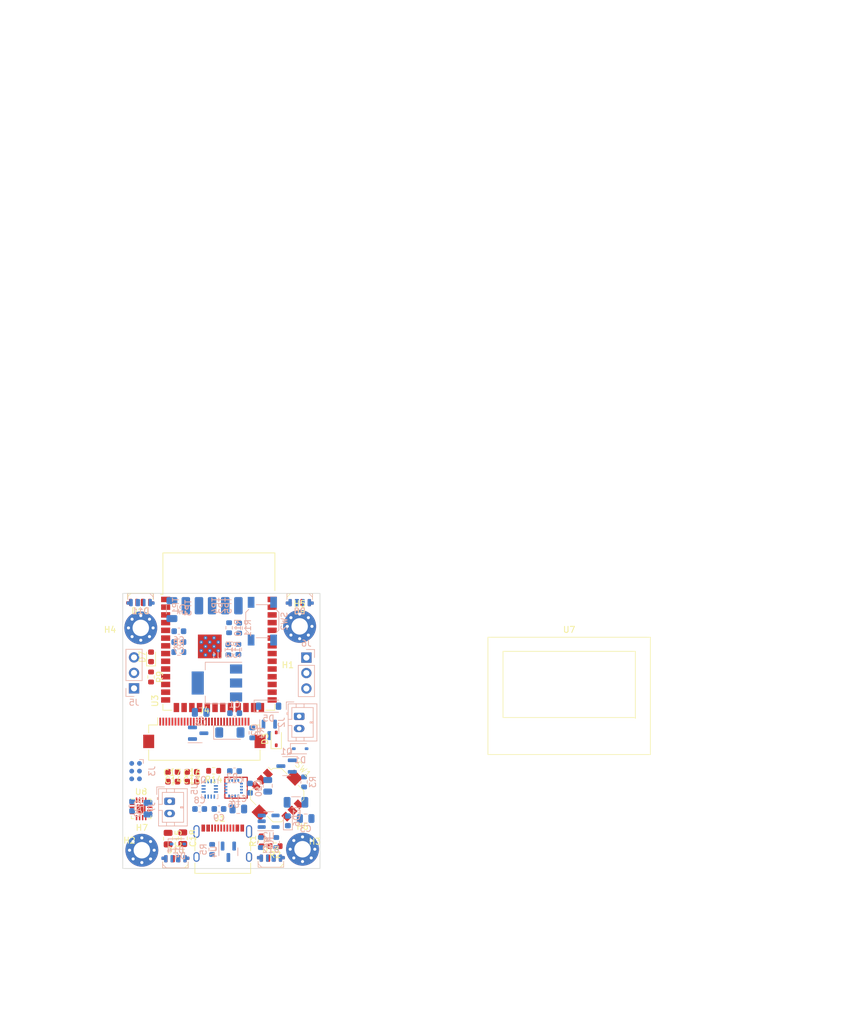
<source format=kicad_pcb>
(kicad_pcb (version 20221018) (generator pcbnew)
  (layers (0 "F.Cu" signal) (1 "In1.Cu" power "pwr") (2 "In2.Cu" power "gnd") (31 "B.Cu" signal) (34 "B.Paste" user) (35 "F.Paste" user) (36 "B.SilkS" user "B.Silkscreen") (37 "F.SilkS" user "F.Silkscreen") (38 "B.Mask" user) (39 "F.Mask" user) (44 "Edge.Cuts" user))
  (net 0 "")
  (net 1 "gate.vbatt")
  (net 2 "i2c_chain_0.scl")
  (net 3 "v3v3")
  (net 4 "gnd")
  (net 5 "i2c_chain_0.sda")
  (net 6 "batt.pwr")
  (net 7 "gate.fuse.pwr_out")
  (net 8 "usb.conn.A5")
  (net 9 "usb.conn.B5")
  (net 10 "oled.iref_res.a")
  (net 11 "gate.gate.pull_res.b")
  (net 12 "gate.control")
  (net 13 "batt_sense.output")
  (net 14 "vusb")
  (net 15 "led.res.a")
  (net 16 "pwr")
  (net 17 "mcu.program_en_node")
  (net 18 "charger.charger.prog_res.a")
  (net 19 "charger.charge_led.res.a")
  (net 20 "charger.charge_led.signal")
  (net 21 "led.signal")
  (net 22 "oled.reset")
  (net 23 "servo[0].pwm")
  (net 24 "servo[1].pwm")
  (net 25 "gate.btn_out")
  (net 26 "usb_chain_0.d_N")
  (net 27 "usb_chain_0.d_P")
  (net 28 "spk_drv.i2s.sck")
  (net 29 "spk_drv.i2s.ws")
  (net 30 "spk_drv.i2s.sd")
  (net 31 "mcu.program_boot_node")
  (net 32 "mcu.program_uart_node.b_tx")
  (net 33 "mcu.program_uart_node.a_tx")
  (net 34 "mag.set_cap.pos")
  (net 35 "mag.c1.pos")
  (net 36 "mag.set_cap.neg")
  (net 37 "mag.drdy")
  (net 38 "imu.int1")
  (net 39 "imu.int2")
  (net 40 "spk_drv.out.a")
  (net 41 "spk_drv.out.b")
  (net 42 "npx_side.dout")
  (net 43 "npx_side.led[4].dout")
  (net 44 "npx_side.led[3].dout")
  (net 45 "npx_side.led[2].dout")
  (net 46 "npx_side.led[0].dout")
  (net 47 "npx_side.led[1].dout")
  (net 48 "gate.dir_a")
  (net 49 "oled.c2_cap.pos")
  (net 50 "oled.c2_cap.neg")
  (net 51 "oled.c1_cap.pos")
  (net 52 "oled.c1_cap.neg")
  (net 53 "oled.device.vcomh")
  (net 54 "oled.device.vcc")
  (net 55 "mcu.prog.boot")
  (net 56 "mcu.prog.en")
  (net 57 "npx_side.din")
  (net 58 "npx_side.led[5].dout")
  (net 59 "npx_side.led[6].dout")
  (net 60 "gate.gate_btn_out")
  (net 61 "gate.dir_c")
  (net 62 "gate.dir_b")
  (net 63 "gate.dir_d")
  (footprint "edg:LED_SK6812-SIDE-A" (layer "F.Cu") (at 128.321 101 180)
    (fp_text reference "D9" (at 0 -2) (layer "F.SilkS"))
    (fp_text value "SK6812 SIDE-A")
    (pad "1" smd roundrect (at -1.8 -0.675 180) (size 1 0.55) (layers "F.Cu" "F.Paste" "F.Mask") (net 46 "npx_side.led[0].dout"))
    (pad "1" smd roundrect (at -1.575 -0.6 180) (size 0.55 1.2) (layers "F.Cu" "F.Paste" "F.Mask") (net 46 "npx_side.led[0].dout"))
    (pad "2" smd roundrect (at -0.45 -0.6 180) (size 0.7 1.2) (layers "F.Cu" "F.Paste" "F.Mask") (net 16 "pwr"))
    (pad "3" smd roundrect (at 0.575 -0.6 180) (size 0.45 1.2) (layers "F.Cu" "F.Paste" "F.Mask") (net 47 "npx_side.led[1].dout"))
    (pad "4" smd roundrect (at 1.575 -0.6 180) (size 0.55 1.2) (layers "F.Cu" "F.Paste" "F.Mask") (net 4 "gnd"))
    (pad "4" smd roundrect (at 1.8 -0.675 180) (size 1 0.55) (layers "F.Cu" "F.Paste" "F.Mask") (net 4 "gnd"))
  )
  (footprint "Capacitor_SMD:C_0603_1608Metric" (layer "F.Cu") (at 107.455 129.413)
    (fp_text reference "C14" (at 0.0892 1.3716) (layer "F.SilkS"))
    (fp_text value "")
    (pad "1" smd roundrect (at -0.775 0) (size 0.9 0.95) (layers "F.Cu" "F.Paste" "F.Mask") (net 49 "oled.c2_cap.pos"))
    (pad "2" smd roundrect (at 0.775 0) (size 0.9 0.95) (layers "F.Cu" "F.Paste" "F.Mask") (net 50 "oled.c2_cap.neg"))
  )
  (footprint "Resistor_SMD:R_0603_1608Metric" (layer "F.Cu") (at 114.1736 129.2352 180)
    (fp_text reference "R14" (at 0 -1.43) (layer "F.SilkS"))
    (fp_text value "")
    (pad "1" smd roundrect (at -0.825 0 180) (size 0.8 0.95) (layers "F.Cu" "F.Paste" "F.Mask") (net 10 "oled.iref_res.a"))
    (pad "2" smd roundrect (at 0.825 0 180) (size 0.8 0.95) (layers "F.Cu" "F.Paste" "F.Mask") (net 4 "gnd"))
  )
  (footprint "edg:JlcToolingHole_1.152mm" (layer "F.Cu") (at 126.365 109.855)
    (fp_text reference "H1" (at 0 2) (layer "F.SilkS"))
    (fp_text value "")
    (pad "" np_thru_hole circle (at 0 0) (size 1.152 1.152) (drill 1.152) (layers "*.Cu" "*.Mask"))
  )
  (footprint "edg:LED_SK6812-SIDE-A" (layer "F.Cu") (at 123.578 144.186891)
    (fp_text reference "D13" (at 0 -2) (layer "F.SilkS"))
    (fp_text value "SK6812 SIDE-A")
    (pad "1" smd roundrect (at -1.8 -0.675) (size 1 0.55) (layers "F.Cu" "F.Paste" "F.Mask") (net 43 "npx_side.led[4].dout"))
    (pad "1" smd roundrect (at -1.575 -0.6) (size 0.55 1.2) (layers "F.Cu" "F.Paste" "F.Mask") (net 43 "npx_side.led[4].dout"))
    (pad "2" smd roundrect (at -0.45 -0.6) (size 0.7 1.2) (layers "F.Cu" "F.Paste" "F.Mask") (net 16 "pwr"))
    (pad "3" smd roundrect (at 0.575 -0.6) (size 0.45 1.2) (layers "F.Cu" "F.Paste" "F.Mask") (net 58 "npx_side.led[5].dout"))
    (pad "4" smd roundrect (at 1.575 -0.6) (size 0.55 1.2) (layers "F.Cu" "F.Paste" "F.Mask") (net 4 "gnd"))
    (pad "4" smd roundrect (at 1.8 -0.675) (size 1 0.55) (layers "F.Cu" "F.Paste" "F.Mask") (net 4 "gnd"))
  )
  (footprint "Package_DFN_QFN:QFN-16-1EP_3x3mm_P0.5mm_EP1.45x1.45mm" (layer "F.Cu") (at 102.256 135.488)
    (fp_text reference "U8" (at 0 -2.82) (layer "F.SilkS"))
    (fp_text value "MAX98357AETE+T")
    (pad "1" smd roundrect (at -1.4375 -0.75) (size 0.875 0.25) (layers "F.Cu" "F.Paste" "F.Mask") (net 30 "spk_drv.i2s.sd"))
    (pad "2" smd roundrect (at -1.4375 -0.25) (size 0.875 0.25) (layers "F.Cu" "F.Paste" "F.Mask"))
    (pad "3" smd roundrect (at -1.4375 0.25) (size 0.875 0.25) (layers "F.Cu" "F.Paste" "F.Mask") (net 4 "gnd"))
    (pad "4" smd roundrect (at -1.4375 0.75) (size 0.875 0.25) (layers "F.Cu" "F.Paste" "F.Mask") (net 3 "v3v3"))
    (pad "5" smd roundrect (at -0.75 1.4375) (size 0.25 0.875) (layers "F.Cu" "F.Paste" "F.Mask"))
    (pad "6" smd roundrect (at -0.25 1.4375) (size 0.25 0.875) (layers "F.Cu" "F.Paste" "F.Mask"))
    (pad "7" smd roundrect (at 0.25 1.4375) (size 0.25 0.875) (layers "F.Cu" "F.Paste" "F.Mask") (net 3 "v3v3"))
    (pad "8" smd roundrect (at 0.75 1.4375) (size 0.25 0.875) (layers "F.Cu" "F.Paste" "F.Mask") (net 3 "v3v3"))
    (pad "9" smd roundrect (at 1.4375 0.75) (size 0.875 0.25) (layers "F.Cu" "F.Paste" "F.Mask") (net 40 "spk_drv.out.a"))
    (pad "10" smd roundrect (at 1.4375 0.25) (size 0.875 0.25) (layers "F.Cu" "F.Paste" "F.Mask") (net 41 "spk_drv.out.b"))
    (pad "11" smd roundrect (at 1.4375 -0.25) (size 0.875 0.25) (layers "F.Cu" "F.Paste" "F.Mask") (net 4 "gnd"))
    (pad "12" smd roundrect (at 1.4375 -0.75) (size 0.875 0.25) (layers "F.Cu" "F.Paste" "F.Mask"))
    (pad "13" smd roundrect (at 0.75 -1.4375) (size 0.25 0.875) (layers "F.Cu" "F.Paste" "F.Mask"))
    (pad "14" smd roundrect (at 0.25 -1.4375) (size 0.25 0.875) (layers "F.Cu" "F.Paste" "F.Mask") (net 29 "spk_drv.i2s.ws"))
    (pad "15" smd roundrect (at -0.25 -1.4375) (size 0.25 0.875) (layers "F.Cu" "F.Paste" "F.Mask") (net 4 "gnd"))
    (pad "16" smd roundrect (at -0.75 -1.4375) (size 0.25 0.875) (layers "F.Cu" "F.Paste" "F.Mask") (net 28 "spk_drv.i2s.sck"))
    (pad "17" smd rect (at 0 0) (size 1.45 1.45) (layers "F.Cu" "F.Mask") (net 4 "gnd"))
  )
  (footprint "edg:DirectionSwitch_Alps_SKRH" (layer "F.Cu") (at 124.607466 133.22672 -45)
    (fp_text reference "SW1" (at 0 -6 -45 unlocked) (layer "F.SilkS") (effects (font (thickness 0.1))))
    (fp_text value "SKRHABE010")
    (pad "" np_thru_hole circle (at 0 -1.9 315) (size 0.75 0.75) (drill 0.75) (layers "F&B.Cu" "*.Mask"))
    (pad "" np_thru_hole circle (at 0 1.9 315) (size 1.05 1.05) (drill 1.05) (layers "F&B.Cu" "*.Mask"))
    (pad "1" smd rect (at -3.575 -1.425 315) (size 1.35 1) (layers "F.Cu" "F.Paste" "F.Mask") (net 48 "gate.dir_a"))
    (pad "2" smd rect (at -3.575 0 315) (size 1.35 1) (layers "F.Cu" "F.Paste" "F.Mask") (net 60 "gate.gate_btn_out"))
    (pad "3" smd rect (at -3.575 1.425 315) (size 1.35 1) (layers "F.Cu" "F.Paste" "F.Mask") (net 61 "gate.dir_c"))
    (pad "4" smd rect (at 3.575 -1.425 315) (size 1.35 1) (layers "F.Cu" "F.Paste" "F.Mask") (net 62 "gate.dir_b"))
    (pad "5" smd rect (at 3.575 0 315) (size 1.35 1) (layers "F.Cu" "F.Paste" "F.Mask") (net 4 "gnd"))
    (pad "6" smd rect (at 3.575 1.425 315) (size 1.35 1) (layers "F.Cu" "F.Paste" "F.Mask") (net 63 "gate.dir_d"))
    (pad "MP" smd rect (at 0 -4.05 315) (size 2 1.8) (layers "F.Cu" "F.Paste" "F.Mask"))
    (pad "MP" smd rect (at 0 4.05 315) (size 2 1.8) (layers "F.Cu" "F.Paste" "F.Mask"))
  )
  (footprint "Diode_SMD:D_SOD-323" (layer "F.Cu") (at 124.46 123.986 90)
    (fp_text reference "D3" (at 0 -1.85 90) (layer "F.SilkS"))
    (fp_text value "30V 370mV@1mA 30mA SOD-323 Schottky Barrier Diodes (SBD) ROHS")
    (pad "1" smd roundrect (at -1.05 0 90) (size 0.6 0.45) (layers "F.Cu" "F.Paste" "F.Mask") (net 60 "gate.gate_btn_out"))
    (pad "2" smd roundrect (at 1.05 0 90) (size 0.6 0.45) (layers "F.Cu" "F.Paste" "F.Mask") (net 25 "gate.btn_out"))
  )
  (footprint "MountingHole:MountingHole_2.7mm_M2.5_Pad_Via" (layer "F.Cu") (at 128.778 142.12)
    (fp_text reference "H6" (at 0 -3.7) (layer "F.SilkS"))
    (fp_text value "M2.5")
    (pad "1" thru_hole circle (at -2.025 0) (size 0.8 0.8) (drill 0.5) (layers "*.Cu" "*.Mask"))
    (pad "1" thru_hole circle (at -1.431891 -1.431891) (size 0.8 0.8) (drill 0.5) (layers "*.Cu" "*.Mask"))
    (pad "1" thru_hole circle (at -1.431891 1.431891) (size 0.8 0.8) (drill 0.5) (layers "*.Cu" "*.Mask"))
    (pad "1" thru_hole circle (at 0 -2.025) (size 0.8 0.8) (drill 0.5) (layers "*.Cu" "*.Mask"))
    (pad "1" thru_hole circle (at 0 0) (size 5.4 5.4) (drill 2.7) (layers "*.Cu" "*.Mask"))
    (pad "1" thru_hole circle (at 0 2.025) (size 0.8 0.8) (drill 0.5) (layers "*.Cu" "*.Mask"))
    (pad "1" thru_hole circle (at 1.431891 -1.431891) (size 0.8 0.8) (drill 0.5) (layers "*.Cu" "*.Mask"))
    (pad "1" thru_hole circle (at 1.431891 1.431891) (size 0.8 0.8) (drill 0.5) (layers "*.Cu" "*.Mask"))
    (pad "1" thru_hole circle (at 2.025 0) (size 0.8 0.8) (drill 0.5) (layers "*.Cu" "*.Mask"))
  )
  (footprint "Capacitor_SMD:C_0603_1608Metric" (layer "F.Cu") (at 110.6046 129.413)
    (fp_text reference "C13" (at -0.0378 1.3716) (layer "F.SilkS"))
    (fp_text value "")
    (pad "1" smd roundrect (at -0.775 0) (size 0.9 0.95) (layers "F.Cu" "F.Paste" "F.Mask") (net 51 "oled.c1_cap.pos"))
    (pad "2" smd roundrect (at 0.775 0) (size 0.9 0.95) (layers "F.Cu" "F.Paste" "F.Mask") (net 52 "oled.c1_cap.neg"))
  )
  (footprint "RF_Module:ESP32-S3-WROOM-1" (layer "F.Cu") (at 115.0366 106.337)
    (fp_text reference "U3" (at -10.5 11.4 90 unlocked) (layer "F.SilkS"))
    (fp_text value "ESP32-S3-WROOM-1-N16R8")
    (pad "1" smd rect (at -8.75 -5.26) (size 1.5 0.9) (layers "F.Cu" "F.Paste" "F.Mask") (net 4 "gnd"))
    (pad "2" smd rect (at -8.75 -3.99) (size 1.5 0.9) (layers "F.Cu" "F.Paste" "F.Mask") (net 3 "v3v3"))
    (pad "3" smd rect (at -8.75 -2.72) (size 1.5 0.9) (layers "F.Cu" "F.Paste" "F.Mask") (net 17 "mcu.program_en_node"))
    (pad "4" smd rect (at -8.75 -1.45) (size 1.5 0.9) (layers "F.Cu" "F.Paste" "F.Mask") (net 21 "led.signal"))
    (pad "5" smd rect (at -8.75 -0.18) (size 1.5 0.9) (layers "F.Cu" "F.Paste" "F.Mask") (net 22 "oled.reset"))
    (pad "6" smd rect (at -8.75 1.09) (size 1.5 0.9) (layers "F.Cu" "F.Paste" "F.Mask") (net 23 "servo[0].pwm"))
    (pad "7" smd rect (at -8.75 2.36) (size 1.5 0.9) (layers "F.Cu" "F.Paste" "F.Mask") (net 24 "servo[1].pwm"))
    (pad "8" smd rect (at -8.75 3.63) (size 1.5 0.9) (layers "F.Cu" "F.Paste" "F.Mask") (net 29 "spk_drv.i2s.ws"))
    (pad "9" smd rect (at -8.75 4.9) (size 1.5 0.9) (layers "F.Cu" "F.Paste" "F.Mask") (net 57 "npx_side.din"))
    (pad "10" smd rect (at -8.75 6.17) (size 1.5 0.9) (layers "F.Cu" "F.Paste" "F.Mask") (net 30 "spk_drv.i2s.sd"))
    (pad "11" smd rect (at -8.75 7.44) (size 1.5 0.9) (layers "F.Cu" "F.Paste" "F.Mask"))
    (pad "12" smd rect (at -8.75 8.71) (size 1.5 0.9) (layers "F.Cu" "F.Paste" "F.Mask") (net 25 "gate.btn_out"))
    (pad "13" smd rect (at -8.75 9.98) (size 1.5 0.9) (layers "F.Cu" "F.Paste" "F.Mask") (net 26 "usb_chain_0.d_N"))
    (pad "14" smd rect (at -8.75 11.25 180) (size 1.5 0.9) (layers "F.Cu" "F.Paste" "F.Mask") (net 27 "usb_chain_0.d_P"))
    (pad "15" smd rect (at -6.985 12.5 270) (size 1.5 0.9) (layers "F.Cu" "F.Paste" "F.Mask") (net 5 "i2c_chain_0.sda"))
    (pad "16" smd rect (at -5.715 12.5 270) (size 1.5 0.9) (layers "F.Cu" "F.Paste" "F.Mask"))
    (pad "17" smd rect (at -4.445 12.5 270) (size 1.5 0.9) (layers "F.Cu" "F.Paste" "F.Mask") (net 48 "gate.dir_a"))
    (pad "18" smd rect (at -3.175 12.5 270) (size 1.5 0.9) (layers "F.Cu" "F.Paste" "F.Mask") (net 62 "gate.dir_b"))
    (pad "19" smd rect (at -1.905 12.5 270) (size 1.5 0.9) (layers "F.Cu" "F.Paste" "F.Mask") (net 61 "gate.dir_c"))
    (pad "20" smd rect (at -0.635 12.5 270) (size 1.5 0.9) (layers "F.Cu" "F.Paste" "F.Mask") (net 63 "gate.dir_d"))
    (pad "21" smd rect (at 0.635 12.5 270) (size 1.5 0.9) (layers "F.Cu" "F.Paste" "F.Mask") (net 12 "gate.control"))
    (pad "22" smd rect (at 1.905 12.5 270) (size 1.5 0.9) (layers "F.Cu" "F.Paste" "F.Mask") (net 28 "spk_drv.i2s.sck"))
    (pad "23" smd rect (at 3.175 12.5 270) (size 1.5 0.9) (layers "F.Cu" "F.Paste" "F.Mask"))
    (pad "24" smd rect (at 4.445 12.5 270) (size 1.5 0.9) (layers "F.Cu" "F.Paste" "F.Mask"))
    (pad "25" smd rect (at 5.715 12.5 270) (size 1.5 0.9) (layers "F.Cu" "F.Paste" "F.Mask"))
    (pad "26" smd rect (at 6.985 12.5 270) (size 1.5 0.9) (layers "F.Cu" "F.Paste" "F.Mask"))
    (pad "27" smd rect (at 8.75 11.25) (size 1.5 0.9) (layers "F.Cu" "F.Paste" "F.Mask") (net 31 "mcu.program_boot_node"))
    (pad "28" smd rect (at 8.75 9.98) (size 1.5 0.9) (layers "F.Cu" "F.Paste" "F.Mask"))
    (pad "29" smd rect (at 8.75 8.71) (size 1.5 0.9) (layers "F.Cu" "F.Paste" "F.Mask"))
    (pad "30" smd rect (at 8.75 7.44) (size 1.5 0.9) (layers "F.Cu" "F.Paste" "F.Mask"))
    (pad "31" smd rect (at 8.75 6.17) (size 1.5 0.9) (layers "F.Cu" "F.Paste" "F.Mask"))
    (pad "32" smd rect (at 8.75 4.9) (size 1.5 0.9) (layers "F.Cu" "F.Paste" "F.Mask"))
    (pad "33" smd rect (at 8.75 3.63) (size 1.5 0.9) (layers "F.Cu" "F.Paste" "F.Mask"))
    (pad "34" smd rect (at 8.75 2.36) (size 1.5 0.9) (layers "F.Cu" "F.Paste" "F.Mask"))
    (pad "35" smd rect (at 8.75 1.09) (size 1.5 0.9) (layers "F.Cu" "F.Paste" "F.Mask"))
    (pad "36" smd rect (at 8.75 -0.18) (size 1.5 0.9) (layers "F.Cu" "F.Paste" "F.Mask") (net 32 "mcu.program_uart_node.b_tx"))
    (pad "37" smd rect (at 8.75 -1.45) (size 1.5 0.9) (layers "F.Cu" "F.Paste" "F.Mask") (net 33 "mcu.program_uart_node.a_tx"))
    (pad "38" smd rect (at 8.75 -2.72) (size 1.5 0.9) (layers "F.Cu" "F.Paste" "F.Mask") (net 2 "i2c_chain_0.scl"))
    (pad "39" smd rect (at 8.75 -3.99) (size 1.5 0.9) (layers "F.Cu" "F.Paste" "F.Mask") (net 13 "batt_sense.output"))
    (pad "40" smd rect (at 8.75 -5.26) (size 1.5 0.9) (layers "F.Cu" "F.Paste" "F.Mask") (net 4 "gnd"))
    (pad "41" thru_hole circle (at -2.9 1.76 90) (size 0.6 0.6) (drill 0.2) (property pad_prop_heatsink) (layers "*.Cu" "F.Mask") (net 4 "gnd"))
    (pad "41" thru_hole circle (at -2.9 3.16) (size 0.6 0.6) (drill 0.2) (property pad_prop_heatsink) (layers "*.Cu" "F.Mask") (net 4 "gnd"))
    (pad "41" thru_hole circle (at -2.2 1.06) (size 0.6 0.6) (drill 0.2) (property pad_prop_heatsink) (layers "*.Cu" "F.Mask") (net 4 "gnd"))
    (pad "41" thru_hole circle (at -2.2 2.46) (size 0.6 0.6) (drill 0.2) (property pad_prop_heatsink) (layers "*.Cu" "F.Mask") (net 4 "gnd"))
    (pad "41" thru_hole circle (at -2.2 3.86) (size 0.6 0.6) (drill 0.2) (property pad_prop_heatsink) (layers "*.Cu" "F.Mask") (net 4 "gnd"))
    (pad "41" thru_hole circle (at -1.5 1.76) (size 0.6 0.6) (drill 0.2) (property pad_prop_heatsink) (layers "*.Cu" "F.Mask") (net 4 "gnd"))
    (pad "41" smd rect (at -1.5 2.46 270) (size 3.9 3.9) (layers "F.Cu" "F.Mask") (net 4 "gnd"))
    (pad "41" thru_hole circle (at -1.5 3.16) (size 0.6 0.6) (drill 0.2) (property pad_prop_heatsink) (layers "*.Cu" "F.Mask") (net 4 "gnd"))
    (pad "41" thru_hole circle (at -0.8 1.06) (size 0.6 0.6) (drill 0.2) (property pad_prop_heatsink) (layers "*.Cu" "F.Mask") (net 4 "gnd"))
    (pad "41" thru_hole circle (at -0.8 2.46) (size 0.6 0.6) (drill 0.2) (property pad_prop_heatsink) (layers "*.Cu" "F.Mask") (net 4 "gnd"))
    (pad "41" thru_hole circle (at -0.8 3.86) (size 0.6 0.6) (drill 0.2) (property pad_prop_heatsink) (layers "*.Cu" "F.Mask") (net 4 "gnd"))
    (pad "41" thru_hole circle (at -0.1 1.76) (size 0.6 0.6) (drill 0.2) (property pad_prop_heatsink) (layers "*.Cu" "F.Mask") (net 4 "gnd"))
    (pad "41" thru_hole circle (at -0.1 3.16) (size 0.6 0.6) (drill 0.2) (property pad_prop_heatsink) (layers "*.Cu" "F.Mask") (net 4 "gnd"))
  )
  (footprint "edg:JlcToolingHole_1.152mm" (layer "F.Cu") (at 100.33 138.684)
    (fp_text reference "H2" (at 0 2) (layer "F.SilkS"))
    (fp_text value "")
    (pad "" np_thru_hole circle (at 0 0) (size 1.152 1.152) (drill 1.152) (layers "*.Cu" "*.Mask"))
  )
  (footprint "Connector_USB:USB_C_Receptacle_XKB_U262-16XN-4BVC11" (layer "F.Cu") (at 115.673 142.312891)
    (fp_text reference "J1" (at -0.436 -5.2346 -360) (layer "F.SilkS"))
    (fp_text value "COM-15111")
    (pad "" np_thru_hole circle (at -2.89 -2.605) (size 0.65 0.65) (drill 0.65) (layers "*.Cu" "*.Mask"))
    (pad "" np_thru_hole circle (at 2.89 -2.605) (size 0.65 0.65) (drill 0.65) (layers "*.Cu" "*.Mask"))
    (pad "A1" smd rect (at -3.35 -3.67) (size 0.3 1.15) (layers "F.Cu" "F.Paste" "F.Mask") (net 4 "gnd"))
    (pad "A4" smd rect (at -2.55 -3.67) (size 0.3 1.15) (layers "F.Cu" "F.Paste" "F.Mask") (net 14 "vusb"))
    (pad "A5" smd rect (at -1.25 -3.67) (size 0.3 1.15) (layers "F.Cu" "F.Paste" "F.Mask") (net 8 "usb.conn.A5"))
    (pad "A6" smd rect (at -0.25 -3.67) (size 0.3 1.15) (layers "F.Cu" "F.Paste" "F.Mask") (net 27 "usb_chain_0.d_P"))
    (pad "A7" smd rect (at 0.25 -3.67) (size 0.3 1.15) (layers "F.Cu" "F.Paste" "F.Mask") (net 26 "usb_chain_0.d_N"))
    (pad "A8" smd rect (at 1.25 -3.67) (size 0.3 1.15) (layers "F.Cu" "F.Paste" "F.Mask"))
    (pad "A9" smd rect (at 2.55 -3.67) (size 0.3 1.15) (layers "F.Cu" "F.Paste" "F.Mask") (net 14 "vusb"))
    (pad "A12" smd rect (at 3.35 -3.67) (size 0.3 1.15) (layers "F.Cu" "F.Paste" "F.Mask") (net 4 "gnd"))
    (pad "B1" smd rect (at 3.05 -3.67) (size 0.3 1.15) (layers "F.Cu" "F.Paste" "F.Mask") (net 4 "gnd"))
    (pad "B4" smd rect (at 2.25 -3.67) (size 0.3 1.15) (layers "F.Cu" "F.Paste" "F.Mask") (net 14 "vusb"))
    (pad "B5" smd rect (at 1.75 -3.67) (size 0.3 1.15) (layers "F.Cu" "F.Paste" "F.Mask") (net 9 "usb.conn.B5"))
    (pad "B6" smd rect (at 0.75 -3.67) (size 0.3 1.15) (layers "F.Cu" "F.Paste" "F.Mask") (net 27 "usb_chain_0.d_P"))
    (pad "B7" smd rect (at -0.75 -3.67) (size 0.3 1.15) (layers "F.Cu" "F.Paste" "F.Mask") (net 26 "usb_chain_0.d_N"))
    (pad "B8" smd rect (at -1.75 -3.67) (size 0.3 1.15) (layers "F.Cu" "F.Paste" "F.Mask"))
    (pad "B9" smd rect (at -2.25 -3.67) (size 0.3 1.15) (layers "F.Cu" "F.Paste" "F.Mask") (net 14 "vusb"))
    (pad "B12" smd rect (at -3.05 -3.67) (size 0.3 1.15) (layers "F.Cu" "F.Paste" "F.Mask") (net 4 "gnd"))
    (pad "S1" thru_hole oval (at -4.32 -3.105) (size 1 2.1) (drill oval 0.6 1.7) (layers "*.Cu" "*.Mask") (net 4 "gnd"))
    (pad "S1" thru_hole oval (at -4.32 1.075) (size 1 1.6) (drill oval 0.6 1.2) (layers "*.Cu" "*.Mask") (net 4 "gnd"))
    (pad "S1" thru_hole oval (at 4.32 -3.105) (size 1 2.1) (drill oval 0.6 1.7) (layers "*.Cu" "*.Mask") (net 4 "gnd"))
    (pad "S1" thru_hole oval (at 4.32 1.075) (size 1 1.6) (drill oval 0.6 1.2) (layers "*.Cu" "*.Mask") (net 4 "gnd"))
  )
  (footprint "Resistor_SMD:R_0603_1608Metric" (layer "F.Cu") (at 122.054 140.757891 90)
    (fp_text reference "R1" (at 0 -1.43 90) (layer "F.SilkS"))
    (fp_text value "")
    (pad "1" smd roundrect (at -0.825 0 90) (size 0.8 0.95) (layers "F.Cu" "F.Paste" "F.Mask") (net 4 "gnd"))
    (pad "2" smd roundrect (at 0.825 0 90) (size 0.8 0.95) (layers "F.Cu" "F.Paste" "F.Mask") (net 8 "usb.conn.A5"))
  )
  (footprint "MountingHole:MountingHole_2.7mm_M2.5_Pad_Via" (layer "F.Cu") (at 102.376 142.281891)
    (fp_text reference "H7" (at 0 -3.7) (layer "F.SilkS"))
    (fp_text value "M2.5")
    (pad "1" thru_hole circle (at -2.025 0) (size 0.8 0.8) (drill 0.5) (layers "*.Cu" "*.Mask"))
    (pad "1" thru_hole circle (at -1.431891 -1.431891) (size 0.8 0.8) (drill 0.5) (layers "*.Cu" "*.Mask"))
    (pad "1" thru_hole circle (at -1.431891 1.431891) (size 0.8 0.8) (drill 0.5) (layers "*.Cu" "*.Mask"))
    (pad "1" thru_hole circle (at 0 -2.025) (size 0.8 0.8) (drill 0.5) (layers "*.Cu" "*.Mask"))
    (pad "1" thru_hole circle (at 0 0) (size 5.4 5.4) (drill 2.7) (layers "*.Cu" "*.Mask"))
    (pad "1" thru_hole circle (at 0 2.025) (size 0.8 0.8) (drill 0.5) (layers "*.Cu" "*.Mask"))
    (pad "1" thru_hole circle (at 1.431891 -1.431891) (size 0.8 0.8) (drill 0.5) (layers "*.Cu" "*.Mask"))
    (pad "1" thru_hole circle (at 1.431891 1.431891) (size 0.8 0.8) (drill 0.5) (layers "*.Cu" "*.Mask"))
    (pad "1" thru_hole circle (at 2.025 0) (size 0.8 0.8) (drill 0.5) (layers "*.Cu" "*.Mask"))
  )
  (footprint "edg:JlcToolingHole_1.152mm" (layer "F.Cu") (at 130.817 138.852891)
    (fp_text reference "H3" (at 0 2) (layer "F.SilkS"))
    (fp_text value "")
    (pad "" np_thru_hole circle (at 0 0) (size 1.152 1.152) (drill 1.152) (layers "*.Cu" "*.Mask"))
  )
  (footprint "edg:Lcd_Er_Oled0.96_1.1_Outline" (layer "F.Cu") (at 172.593 115.044)
    (fp_text reference "U7" (at 0 -9) (layer "F.SilkS"))
    (fp_text value "ER-OLED-0.96-1.1")
  )
  (footprint "MountingHole:MountingHole_2.7mm_M2.5_Pad_Via" (layer "F.Cu") (at 102.200109 105.756109)
    (fp_text reference "H4" (at -5.045109 0.288891) (layer "F.SilkS"))
    (fp_text value "M2.5")
    (pad "1" thru_hole circle (at -2.025 0) (size 0.8 0.8) (drill 0.5) (layers "*.Cu" "*.Mask"))
    (pad "1" thru_hole circle (at -1.431891 -1.431891) (size 0.8 0.8) (drill 0.5) (layers "*.Cu" "*.Mask"))
    (pad "1" thru_hole circle (at -1.431891 1.431891) (size 0.8 0.8) (drill 0.5) (layers "*.Cu" "*.Mask"))
    (pad "1" thru_hole circle (at 0 -2.025) (size 0.8 0.8) (drill 0.5) (layers "*.Cu" "*.Mask"))
    (pad "1" thru_hole circle (at 0 0) (size 5.4 5.4) (drill 2.7) (layers "*.Cu" "*.Mask"))
    (pad "1" thru_hole circle (at 0 2.025) (size 0.8 0.8) (drill 0.5) (layers "*.Cu" "*.Mask"))
    (pad "1" thru_hole circle (at 1.431891 -1.431891) (size 0.8 0.8) (drill 0.5) (layers "*.Cu" "*.Mask"))
    (pad "1" thru_hole circle (at 1.431891 1.431891) (size 0.8 0.8) (drill 0.5) (layers "*.Cu" "*.Mask"))
    (pad "1" thru_hole circle (at 2.025 0) (size 0.8 0.8) (drill 0.5) (layers "*.Cu" "*.Mask"))
  )
  (footprint "Resistor_SMD:R_0603_1608Metric" (layer "F.Cu") (at 103.886 113.8175 -90)
    (fp_text reference "R9" (at 0 -1.43 90) (layer "F.SilkS"))
    (fp_text value "")
    (pad "1" smd roundrect (at -0.825 0 270) (size 0.8 0.95) (layers "F.Cu" "F.Paste" "F.Mask") (net 15 "led.res.a"))
    (pad "2" smd roundrect (at 0.825 0 270) (size 0.8 0.95) (layers "F.Cu" "F.Paste" "F.Mask") (net 4 "gnd"))
  )
  (footprint "Capacitor_SMD:C_0805_2012Metric" (layer "F.Cu") (at 106.687 140.376891 -90)
    (fp_text reference "C15" (at 0 -1.68 90) (layer "F.SilkS"))
    (fp_text value "")
    (pad "1" smd roundrect (at -0.95 0 270) (size 1 1.45) (layers "F.Cu" "F.Paste" "F.Mask") (net 53 "oled.device.vcomh"))
    (pad "2" smd roundrect (at 0.95 0 270) (size 1 1.45) (layers "F.Cu" "F.Paste" "F.Mask") (net 4 "gnd"))
  )
  (footprint "LED_SMD:LED_0603_1608Metric" (layer "F.Cu") (at 103.886 110.5155 90)
    (fp_text reference "D7" (at 0 -1.43 90) (layer "F.SilkS"))
    (fp_text value "Red 615~630nm 1.9~2.2V 0603 Light Emitting Diodes (LED) RoHS")
    (pad "1" smd roundrect (at -0.7875 0 90) (size 0.875 0.95) (layers "F.Cu" "F.Paste" "F.Mask") (net 15 "led.res.a"))
    (pad "2" smd roundrect (at 0.7875 0 90) (size 0.875 0.95) (layers "F.Cu" "F.Paste" "F.Mask") (net 21 "led.signal"))
  )
  (footprint "Resistor_SMD:R_0603_1608Metric" (layer "F.Cu") (at 124.27 141.605 180)
    (fp_text reference "R2" (at 0 -1.43) (layer "F.SilkS"))
    (fp_text value "")
    (pad "1" smd roundrect (at -0.825 0 180) (size 0.8 0.95) (layers "F.Cu" "F.Paste" "F.Mask") (net 4 "gnd"))
    (pad "2" smd roundrect (at 0.825 0 180) (size 0.8 0.95) (layers "F.Cu" "F.Paste" "F.Mask") (net 9 "usb.conn.B5"))
  )
  (footprint "Connector_FFC-FPC:Hirose_FH12-30S-0.5SH_1x30-1MP_P0.50mm_Horizontal" (layer "F.Cu") (at 112.649 123.002)
    (fp_text reference "J4" (at 0 -3.7) (layer "F.SilkS"))
    (fp_text value "AFC01-S30FCA-00")
    (pad "1" smd rect (at -7.25 -1.85) (size 0.3 1.3) (layers "F.Cu" "F.Paste" "F.Mask") (net 4 "gnd"))
    (pad "2" smd rect (at -6.75 -1.85) (size 0.3 1.3) (layers "F.Cu" "F.Paste" "F.Mask") (net 49 "oled.c2_cap.pos"))
    (pad "3" smd rect (at -6.25 -1.85) (size 0.3 1.3) (layers "F.Cu" "F.Paste" "F.Mask") (net 50 "oled.c2_cap.neg"))
    (pad "4" smd rect (at -5.75 -1.85) (size 0.3 1.3) (layers "F.Cu" "F.Paste" "F.Mask") (net 51 "oled.c1_cap.pos"))
    (pad "5" smd rect (at -5.25 -1.85) (size 0.3 1.3) (layers "F.Cu" "F.Paste" "F.Mask") (net 52 "oled.c1_cap.neg"))
    (pad "6" smd rect (at -4.75 -1.85) (size 0.3 1.3) (layers "F.Cu" "F.Paste" "F.Mask") (net 3 "v3v3"))
    (pad "7" smd rect (at -4.25 -1.85) (size 0.3 1.3) (layers "F.Cu" "F.Paste" "F.Mask"))
    (pad "8" smd rect (at -3.75 -1.85) (size 0.3 1.3) (layers "F.Cu" "F.Paste" "F.Mask") (net 4 "gnd"))
    (pad "9" smd rect (at -3.25 -1.85) (size 0.3 1.3) (layers "F.Cu" "F.Paste" "F.Mask") (net 3 "v3v3"))
    (pad "10" smd rect (at -2.75 -1.85) (size 0.3 1.3) (layers "F.Cu" "F.Paste" "F.Mask") (net 4 "gnd"))
    (pad "11" smd rect (at -2.25 -1.85) (size 0.3 1.3) (layers "F.Cu" "F.Paste" "F.Mask") (net 3 "v3v3"))
    (pad "12" smd rect (at -1.75 -1.85) (size 0.3 1.3) (layers "F.Cu" "F.Paste" "F.Mask") (net 4 "gnd"))
    (pad "13" smd rect (at -1.25 -1.85) (size 0.3 1.3) (layers "F.Cu" "F.Paste" "F.Mask") (net 4 "gnd"))
    (pad "14" smd rect (at -0.75 -1.85) (size 0.3 1.3) (layers "F.Cu" "F.Paste" "F.Mask") (net 22 "oled.reset"))
    (pad "15" smd rect (at -0.25 -1.85) (size 0.3 1.3) (layers "F.Cu" "F.Paste" "F.Mask") (net 4 "gnd"))
    (pad "16" smd rect (at 0.25 -1.85) (size 0.3 1.3) (layers "F.Cu" "F.Paste" "F.Mask") (net 4 "gnd"))
    (pad "17" smd rect (at 0.75 -1.85) (size 0.3 1.3) (layers "F.Cu" "F.Paste" "F.Mask") (net 4 "gnd"))
    (pad "18" smd rect (at 1.25 -1.85) (size 0.3 1.3) (layers "F.Cu" "F.Paste" "F.Mask") (net 2 "i2c_chain_0.scl"))
    (pad "19" smd rect (at 1.75 -1.85) (size 0.3 1.3) (layers "F.Cu" "F.Paste" "F.Mask") (net 5 "i2c_chain_0.sda"))
    (pad "20" smd rect (at 2.25 -1.85) (size 0.3 1.3) (layers "F.Cu" "F.Paste" "F.Mask") (net 5 "i2c_chain_0.sda"))
    (pad "21" smd rect (at 2.75 -1.85) (size 0.3 1.3) (layers "F.Cu" "F.Paste" "F.Mask") (net 4 "gnd"))
    (pad "22" smd rect (at 3.25 -1.85) (size 0.3 1.3) (layers "F.Cu" "F.Paste" "F.Mask") (net 4 "gnd"))
    (pad "23" smd rect (at 3.75 -1.85) (size 0.3 1.3) (layers "F.Cu" "F.Paste" "F.Mask") (net 4 "gnd"))
    (pad "24" smd rect (at 4.25 -1.85) (size 0.3 1.3) (layers "F.Cu" "F.Paste" "F.Mask") (net 4 "gnd"))
    (pad "25" smd rect (at 4.75 -1.85) (size 0.3 1.3) (layers "F.Cu" "F.Paste" "F.Mask") (net 4 "gnd"))
    (pad "26" smd rect (at 5.25 -1.85) (size 0.3 1.3) (layers "F.Cu" "F.Paste" "F.Mask") (net 10 "oled.iref_res.a"))
    (pad "27" smd rect (at 5.75 -1.85) (size 0.3 1.3) (layers "F.Cu" "F.Paste" "F.Mask") (net 53 "oled.device.vcomh"))
    (pad "28" smd rect (at 6.25 -1.85) (size 0.3 1.3) (layers "F.Cu" "F.Paste" "F.Mask") (net 54 "oled.device.vcc"))
    (pad "29" smd rect (at 6.75 -1.85) (size 0.3 1.3) (layers "F.Cu" "F.Paste" "F.Mask") (net 4 "gnd"))
    (pad "30" smd rect (at 7.25 -1.85) (size 0.3 1.3) (layers "F.Cu" "F.Paste" "F.Mask") (net 4 "gnd"))
    (pad "MP" smd rect (at -9.15 1.4) (size 1.8 2.2) (layers "F.Cu" "F.Paste" "F.Mask"))
    (pad "MP" smd rect (at 9.15 1.4) (size 1.8 2.2) (layers "F.Cu" "F.Paste" "F.Mask"))
  )
  (footprint "MountingHole:MountingHole_2.7mm_M2.5_Pad_Via" (layer "F.Cu") (at 128.304891 105.502109)
    (fp_text reference "H5" (at 0 -3.7) (layer "F.SilkS"))
    (fp_text value "M2.5")
    (pad "1" thru_hole circle (at -2.025 0) (size 0.8 0.8) (drill 0.5) (layers "*.Cu" "*.Mask"))
    (pad "1" thru_hole circle (at -1.431891 -1.431891) (size 0.8 0.8) (drill 0.5) (layers "*.Cu" "*.Mask"))
    (pad "1" thru_hole circle (at -1.431891 1.431891) (size 0.8 0.8) (drill 0.5) (layers "*.Cu" "*.Mask"))
    (pad "1" thru_hole circle (at 0 -2.025) (size 0.8 0.8) (drill 0.5) (layers "*.Cu" "*.Mask"))
    (pad "1" thru_hole circle (at 0 0) (size 5.4 5.4) (drill 2.7) (layers "*.Cu" "*.Mask"))
    (pad "1" thru_hole circle (at 0 2.025) (size 0.8 0.8) (drill 0.5) (layers "*.Cu" "*.Mask"))
    (pad "1" thru_hole circle (at 1.431891 -1.431891) (size 0.8 0.8) (drill 0.5) (layers "*.Cu" "*.Mask"))
    (pad "1" thru_hole circle (at 1.431891 1.431891) (size 0.8 0.8) (drill 0.5) (layers "*.Cu" "*.Mask"))
    (pad "1" thru_hole circle (at 2.025 0) (size 0.8 0.8) (drill 0.5) (layers "*.Cu" "*.Mask"))
  )
  (footprint "Capacitor_SMD:C_0805_2012Metric" (layer "F.Cu") (at 109.1 140.310891 -90)
    (fp_text reference "C18" (at 0 -1.68 90) (layer "F.SilkS"))
    (fp_text value "")
    (pad "1" smd roundrect (at -0.95 0 270) (size 1 1.45) (layers "F.Cu" "F.Paste" "F.Mask") (net 54 "oled.device.vcc"))
    (pad "2" smd roundrect (at 0.95 0 270) (size 1 1.45) (layers "F.Cu" "F.Paste" "F.Mask") (net 4 "gnd"))
  )
  (footprint "edg:LED_SK6812-SIDE-A" (layer "F.Cu") (at 102.108 100.965 180)
    (fp_text reference "D10" (at 0 -2) (layer "F.SilkS"))
    (fp_text value "SK6812 SIDE-A")
    (pad "1" smd roundrect (at -1.8 -0.675 180) (size 1 0.55) (layers "F.Cu" "F.Paste" "F.Mask") (net 47 "npx_side.led[1].dout"))
    (pad "1" smd roundrect (at -1.575 -0.6 180) (size 0.55 1.2) (layers "F.Cu" "F.Paste" "F.Mask") (net 47 "npx_side.led[1].dout"))
    (pad "2" smd roundrect (at -0.45 -0.6 180) (size 0.7 1.2) (layers "F.Cu" "F.Paste" "F.Mask") (net 16 "pwr"))
    (pad "3" smd roundrect (at 0.575 -0.6 180) (size 0.45 1.2) (layers "F.Cu" "F.Paste" "F.Mask") (net 45 "npx_side.led[2].dout"))
    (pad "4" smd roundrect (at 1.575 -0.6 180) (size 0.55 1.2) (layers "F.Cu" "F.Paste" "F.Mask") (net 4 "gnd"))
    (pad "4" smd roundrect (at 1.8 -0.675 180) (size 1 0.55) (layers "F.Cu" "F.Paste" "F.Mask") (net 4 "gnd"))
  )
  (footprint "edg:LED_SK6812-SIDE-A" (layer "F.Cu") (at 107.906 144.278891)
    (fp_text reference "D15" (at 0 -2) (layer "F.SilkS"))
    (fp_text value "SK6812 SIDE-A")
    (pad "1" smd roundrect (at -1.8 -0.675) (size 1 0.55) (layers "F.Cu" "F.Paste" "F.Mask") (net 59 "npx_side.led[6].dout"))
    (pad "1" smd roundrect (at -1.575 -0.6) (size 0.55 1.2) (layers "F.Cu" "F.Paste" "F.Mask") (net 59 "npx_side.led[6].dout"))
    (pad "2" smd roundrect (at -0.45 -0.6) (size 0.7 1.2) (layers "F.Cu" "F.Paste" "F.Mask") (net 16 "pwr"))
    (pad "3" smd roundrect (at 0.575 -0.6) (size 0.45 1.2) (layers "F.Cu" "F.Paste" "F.Mask") (net 42 "npx_side.dout"))
    (pad "4" smd roundrect (at 1.575 -0.6) (size 0.55 1.2) (layers "F.Cu" "F.Paste" "F.Mask") (net 4 "gnd"))
    (pad "4" smd roundrect (at 1.8 -0.675) (size 1 0.55) (layers "F.Cu" "F.Paste" "F.Mask") (net 4 "gnd"))
  )
  (footprint "Capacitor_SMD:C_0603_1608Metric" (layer "F.Cu") (at 110.6176 131.0132)
    (fp_text reference "C16" (at 0 -1.43) (layer "F.SilkS"))
    (fp_text value "")
    (pad "1" smd roundrect (at -0.775 0) (size 0.9 0.95) (layers "F.Cu" "F.Paste" "F.Mask") (net 3 "v3v3"))
    (pad "2" smd roundrect (at 0.775 0) (size 0.9 0.95) (layers "F.Cu" "F.Paste" "F.Mask") (net 4 "gnd"))
  )
  (footprint "Capacitor_SMD:C_0603_1608Metric" (layer "F.Cu") (at 107.4426 131.0132 180)
    (fp_text reference "C17" (at 0.0892 1.4732) (layer "F.SilkS"))
    (fp_text value "")
    (pad "1" smd roundrect (at -0.775 0 180) (size 0.9 0.95) (layers "F.Cu" "F.Paste" "F.Mask") (net 3 "v3v3"))
    (pad "2" smd roundrect (at 0.775 0 180) (size 0.9 0.95) (layers "F.Cu" "F.Paste" "F.Mask") (net 4 "gnd"))
  )
  (footprint "Capacitor_SMD:C_0805_2012Metric" (layer "B.Cu") (at 129.293 137.074891)
    (fp_text reference "C3" (at 0 1.68) (layer "B.SilkS") (effects (justify mirror)))
    (fp_text value "")
    (pad "1" smd roundrect (at -0.95 0) (size 1 1.45) (layers "B.Cu" "B.Paste" "B.Mask") (net 14 "vusb"))
    (pad "2" smd roundrect (at 0.95 0) (size 1 1.45) (layers "B.Cu" "B.Paste" "B.Mask") (net 4 "gnd"))
  )
  (footprint "Connector_PinHeader_2.54mm:PinHeader_1x03_P2.54mm_Vertical" (layer "B.Cu") (at 129.413 110.632 180)
    (fp_text reference "J6" (at 0 2.33) (layer "B.SilkS") (effects (justify mirror)))
    (fp_text value "PinHeader2.54 1x3")
    (pad "1" thru_hole rect (at 0 0 180) (size 1.7 1.7) (drill 1) (layers "*.Cu" "*.Mask") (net 24 "servo[1].pwm"))
    (pad "2" thru_hole oval (at 0 -2.54 180) (size 1.7 1.7) (drill 1) (layers "*.Cu" "*.Mask") (net 16 "pwr"))
    (pad "3" thru_hole oval (at 0 -5.08 180) (size 1.7 1.7) (drill 1) (layers "*.Cu" "*.Mask") (net 4 "gnd"))
  )
  (footprint "Capacitor_SMD:C_0805_2012Metric" (layer "B.Cu") (at 112.039 119.634)
    (fp_text reference "C2" (at 0 1.68) (layer "B.SilkS") (effects (justify mirror)))
    (fp_text value "")
    (pad "1" smd roundrect (at -0.95 0) (size 1 1.45) (layers "B.Cu" "B.Paste" "B.Mask") (net 3 "v3v3"))
    (pad "2" smd roundrect (at 0.95 0) (size 1 1.45) (layers "B.Cu" "B.Paste" "B.Mask") (net 4 "gnd"))
  )
  (footprint "Capacitor_SMD:C_0805_2012Metric" (layer "B.Cu") (at 103.378 135.448 -90)
    (fp_text reference "C20" (at 0 1.68 90) (layer "B.SilkS") (effects (justify mirror)))
    (fp_text value "")
    (pad "1" smd roundrect (at -0.95 0 270) (size 1 1.45) (layers "B.Cu" "B.Paste" "B.Mask") (net 3 "v3v3"))
    (pad "2" smd roundrect (at 0.95 0 270) (size 1 1.45) (layers "B.Cu" "B.Paste" "B.Mask") (net 4 "gnd"))
  )
  (footprint "Capacitor_SMD:C_0805_2012Metric" (layer "B.Cu") (at 123.063 131.699 -90)
    (fp_text reference "C4" (at 0 1.68 -270) (layer "B.SilkS") (effects (justify mirror)))
    (fp_text value "")
    (pad "1" smd roundrect (at -0.95 0 270) (size 1 1.45) (layers "B.Cu" "B.Paste" "B.Mask") (net 6 "batt.pwr"))
    (pad "2" smd roundrect (at 0.95 0 270) (size 1 1.45) (layers "B.Cu" "B.Paste" "B.Mask") (net 4 "gnd"))
  )
  (footprint "Package_TO_SOT_SMD:SOT-223-3_TabPin2" (layer "B.Cu") (at 114.706 114.808 180)
    (fp_text reference "U1" (at 0 4.5) (layer "B.SilkS") (effects (justify mirror)))
    (fp_text value "LDL1117S33R")
    (pad "1" smd rect (at -3.15 2.3 180) (size 2 1.5) (layers "B.Cu" "B.Paste" "B.Mask") (net 4 "gnd"))
    (pad "2" smd rect (at -3.15 0 180) (size 2 1.5) (layers "B.Cu" "B.Paste" "B.Mask") (net 3 "v3v3"))
    (pad "2" smd rect (at 3.15 0 180) (size 2 3.8) (layers "B.Cu" "B.Paste" "B.Mask") (net 3 "v3v3"))
    (pad "3" smd rect (at -3.15 -2.3 180) (size 2 1.5) (layers "B.Cu" "B.Paste" "B.Mask") (net 16 "pwr"))
  )
  (footprint "Capacitor_SMD:C_0603_1608Metric" (layer "B.Cu") (at 111.874 135.509 180)
    (fp_text reference "C8" (at 0 1.43) (layer "B.SilkS") (effects (justify mirror)))
    (fp_text value "")
    (pad "1" smd roundrect (at -0.775 0 180) (size 0.9 0.95) (layers "B.Cu" "B.Paste" "B.Mask") (net 3 "v3v3"))
    (pad "2" smd roundrect (at 0.775 0 180) (size 0.9 0.95) (layers "B.Cu" "B.Paste" "B.Mask") (net 4 "gnd"))
  )
  (footprint "Package_LGA:Bosch_LGA-14_3x2.5mm_P0.5mm" (layer "B.Cu") (at 113.533 132.211 -90)
    (fp_text reference "U5" (at 0 2.5 90) (layer "B.SilkS") (effects (justify mirror)))
    (fp_text value "LSM6DS3TR-C")
    (pad "1" smd rect (at -1.2625 0.75 270) (size 0.675 0.25) (layers "B.Cu" "B.Paste" "B.Mask") (net 4 "gnd"))
    (pad "2" smd rect (at -1.2625 0.25 270) (size 0.675 0.25) (layers "B.Cu" "B.Paste" "B.Mask") (net 4 "gnd"))
    (pad "3" smd rect (at -1.2625 -0.25 270) (size 0.675 0.25) (layers "B.Cu" "B.Paste" "B.Mask") (net 4 "gnd"))
    (pad "4" smd rect (at -1.2625 -0.75 270) (size 0.675 0.25) (layers "B.Cu" "B.Paste" "B.Mask") (net 38 "imu.int1"))
    (pad "5" smd rect (at -0.5 -1.0125 270) (size 0.25 0.675) (layers "B.Cu" "B.Paste" "B.Mask") (net 3 "v3v3"))
    (pad "6" smd rect (at 0 -1.0125 270) (size 0.25 0.675) (layers "B.Cu" "B.Paste" "B.Mask") (net 4 "gnd"))
    (pad "7" smd rect (at 0.5 -1.0125 270) (size 0.25 0.675) (layers "B.Cu" "B.Paste" "B.Mask") (net 4 "gnd"))
    (pad "8" smd rect (at 1.2625 -0.75 270) (size 0.675 0.25) (layers "B.Cu" "B.Paste" "B.Mask") (net 3 "v3v3"))
    (pad "9" smd rect (at 1.2625 -0.25 270) (size 0.675 0.25) (layers "B.Cu" "B.Paste" "B.Mask") (net 39 "imu.int2"))
    (pad "10" smd rect (at 1.2625 0.25 270) (size 0.675 0.25) (layers "B.Cu" "B.Paste" "B.Mask"))
    (pad "11" smd rect (at 1.2625 0.75 270) (size 0.675 0.25) (layers "B.Cu" "B.Paste" "B.Mask"))
    (pad "12" smd rect (at 0.5 1.0125 270) (size 0.25 0.675) (layers "B.Cu" "B.Paste" "B.Mask") (net 3 "v3v3"))
    (pad "13" smd rect (at 0 1.0125 270) (size 0.25 0.675) (layers "B.Cu" "B.Paste" "B.Mask") (net 2 "i2c_chain_0.scl"))
    (pad "14" smd rect (at -0.5 1.0125 270) (size 0.25 0.675) (layers "B.Cu" "B.Paste" "B.Mask") (net 5 "i2c_chain_0.sda"))
  )
  (footprint "Resistor_SMD:R_0603_1608Metric" (layer "B.Cu") (at 120.523 123 90)
    (fp_text reference "R4" (at 0 1.43 90) (layer "B.SilkS") (effects (justify mirror)))
    (fp_text value "")
    (pad "1" smd roundrect (at -0.825 0 90) (size 0.8 0.95) (layers "B.Cu" "B.Paste" "B.Mask") (net 4 "gnd"))
    (pad "2" smd roundrect (at 0.825 0 90) (size 0.8 0.95) (layers "B.Cu" "B.Paste" "B.Mask") (net 12 "gate.control"))
  )
  (footprint "Connector_PinHeader_2.54mm:PinHeader_1x03_P2.54mm_Vertical" (layer "B.Cu") (at 101.092 115.682)
    (fp_text reference "J5" (at 0 2.33) (layer "B.SilkS") (effects (justify mirror)))
    (fp_text value "PinHeader2.54 1x3")
    (pad "1" thru_hole rect (at 0 0) (size 1.7 1.7) (drill 1) (layers "*.Cu" "*.Mask") (net 23 "servo[0].pwm"))
    (pad "2" thru_hole oval (at 0 -2.54) (size 1.7 1.7) (drill 1) (layers "*.Cu" "*.Mask") (net 16 "pwr"))
    (pad "3" thru_hole oval (at 0 -5.08) (size 1.7 1.7) (drill 1) (layers "*.Cu" "*.Mask") (net 4 "gnd"))
  )
  (footprint "Resistor_SMD:R_0603_1608Metric" (layer "B.Cu") (at 108.458 109.728 180)
    (fp_text reference "R8" (at 0 1.43) (layer "B.SilkS") (effects (justify mirror)))
    (fp_text value "")
    (pad "1" smd roundrect (at -0.825 0 180) (size 0.8 0.95) (layers "B.Cu" "B.Paste" "B.Mask") (net 3 "v3v3"))
    (pad "2" smd roundrect (at 0.825 0 180) (size 0.8 0.95) (layers "B.Cu" "B.Paste" "B.Mask") (net 17 "mcu.program_en_node"))
  )
  (footprint "Resistor_SMD:R_0603_1608Metric" (layer "B.Cu") (at 121.927 141.016891 90)
    (fp_text reference "R7" (at 0 1.43 90) (layer "B.SilkS") (effects (justify mirror)))
    (fp_text value "")
    (pad "1" smd roundrect (at -0.825 0 90) (size 0.8 0.95) (layers "B.Cu" "B.Paste" "B.Mask") (net 19 "charger.charge_led.res.a"))
    (pad "2" smd roundrect (at 0.825 0 90) (size 0.8 0.95) (layers "B.Cu" "B.Paste" "B.Mask") (net 20 "charger.charge_led.signal"))
  )
  (footprint "Package_TO_SOT_SMD:SOT-23-5" (layer "B.Cu") (at 123.2025 137.521891)
    (fp_text reference "U2" (at 0 2.4) (layer "B.SilkS") (effects (justify mirror)))
    (fp_text value "MCP73831T-2ACI/OT")
    (pad "1" smd roundrect (at -1.1375 0.95) (size 1.325 0.6) (layers "B.Cu" "B.Paste" "B.Mask") (net 20 "charger.charge_led.signal"))
    (pad "2" smd roundrect (at -1.1375 0) (size 1.325 0.6) (layers "B.Cu" "B.Paste" "B.Mask") (net 4 "gnd"))
    (pad "3" smd roundrect (at -1.1375 -0.95) (size 1.325 0.6) (layers "B.Cu" "B.Paste" "B.Mask") (net 6 "batt.pwr"))
    (pad "4" smd roundrect (at 1.1375 -0.95) (size 1.325 0.6) (layers "B.Cu" "B.Paste" "B.Mask") (net 14 "vusb"))
    (pad "5" smd roundrect (at 1.1375 0.95) (size 1.325 0.6) (layers "B.Cu" "B.Paste" "B.Mask") (net 18 "charger.charger.prog_res.a"))
  )
  (footprint "Resistor_SMD:R_0603_1608Metric" (layer "B.Cu") (at 129.032 131.064 90)
    (fp_text reference "R3" (at 0 1.43 90) (layer "B.SilkS") (effects (justify mirror)))
    (fp_text value "")
    (pad "1" smd roundrect (at -0.825 0 90) (size 0.8 0.95) (layers "B.Cu" "B.Paste" "B.Mask") (net 7 "gate.fuse.pwr_out"))
    (pad "2" smd roundrect (at 0.825 0 90) (size 0.8 0.95) (layers "B.Cu" "B.Paste" "B.Mask") (net 11 "gate.gate.pull_res.b"))
  )
  (footprint "LED_SMD:LED_0603_1608Metric" (layer "B.Cu") (at 126.372 137.455891 90)
    (fp_text reference "D6" (at 0 1.43 90) (layer "B.SilkS") (effects (justify mirror)))
    (fp_text value "")
    (pad "1" smd roundrect (at -0.7875 0 90) (size 0.875 0.95) (layers "B.Cu" "B.Paste" "B.Mask") (net 19 "charger.charge_led.res.a"))
    (pad "2" smd roundrect (at 0.7875 0 90) (size 0.875 0.95) (layers "B.Cu" "B.Paste" "B.Mask") (net 14 "vusb"))
  )
  (footprint "edg:LED_SK6812-SIDE-A" (layer "B.Cu") (at 107.881 144.278891 180)
    (fp_text reference "D14" (at 0 2) (layer "B.SilkS") (effects (justify mirror)))
    (fp_text value "SK6812 SIDE-A")
    (pad "1" smd roundrect (at -1.8 0.675 180) (size 1 0.55) (layers "B.Cu" "B.Paste" "B.Mask") (net 58 "npx_side.led[5].dout"))
    (pad "1" smd roundrect (at -1.575 0.6 180) (size 0.55 1.2) (layers "B.Cu" "B.Paste" "B.Mask") (net 58 "npx_side.led[5].dout"))
    (pad "2" smd roundrect (at -0.45 0.6 180) (size 0.7 1.2) (layers "B.Cu" "B.Paste" "B.Mask") (net 16 "pwr"))
    (pad "3" smd roundrect (at 0.575 0.6 180) (size 0.45 1.2) (layers "B.Cu" "B.Paste" "B.Mask") (net 59 "npx_side.led[6].dout"))
    (pad "4" smd roundrect (at 1.575 0.6 180) (size 0.55 1.2) (layers "B.Cu" "B.Paste" "B.Mask") (net 4 "gnd"))
    (pad "4" smd roundrect (at 1.8 0.675 180) (size 1 0.55) (layers "B.Cu" "B.Paste" "B.Mask") (net 4 "gnd"))
  )
  (footprint "Resistor_SMD:R_0603_1608Metric" (layer "B.Cu") (at 118.364 105.791 90)
    (fp_text reference "R11" (at 0 1.43 90) (layer "B.SilkS") (effects (justify mirror)))
    (fp_text value "")
    (pad "1" smd roundrect (at -0.825 0 90) (size 0.8 0.95) (layers "B.Cu" "B.Paste" "B.Mask") (net 3 "v3v3"))
    (pad "2" smd roundrect (at 0.825 0 90) (size 0.8 0.95) (layers "B.Cu" "B.Paste" "B.Mask") (net 5 "i2c_chain_0.sda"))
  )
  (footprint "Package_TO_SOT_SMD:SOT-23" (layer "B.Cu") (at 116.593 142.535891 -90)
    (fp_text reference "U4" (at 0 2.4 90) (layer "B.SilkS") (effects (justify mirror)))
    (fp_text value "PESD5V0X1BT")
    (pad "1" smd roundrect (at -0.9375 0.95 270) (size 1.475 0.6) (layers "B.Cu" "B.Paste" "B.Mask") (net 26 "usb_chain_0.d_N"))
    (pad "2" smd roundrect (at -0.9375 -0.95 270) (size 1.475 0.6) (layers "B.Cu" "B.Paste" "B.Mask") (net 27 "usb_chain_0.d_P"))
    (pad "3" smd roundrect (at 0.9375 0 270) (size 1.475 0.6) (layers "B.Cu" "B.Paste" "B.Mask") (net 4 "gnd"))
  )
  (footprint "Resistor_SMD:R_0603_1608Metric" (layer "B.Cu") (at 118.237 109.284 -90)
    (fp_text reference "R13" (at 0 1.43 90) (layer "B.SilkS") (effects (justify mirror)))
    (fp_text value "")
    (pad "1" smd roundrect (at -0.825 0 270) (size 0.8 0.95) (layers "B.Cu" "B.Paste" "B.Mask") (net 13 "batt_sense.output"))
    (pad "2" smd roundrect (at 0.825 0 270) (size 0.8 0.95) (layers "B.Cu" "B.Paste" "B.Mask") (net 4 "gnd"))
  )
  (footprint "Capacitor_SMD:C_0603_1608Metric" (layer "B.Cu") (at 117.602 129.286)
    (fp_text reference "C11" (at 0 1.43) (layer "B.SilkS") (effects (justify mirror)))
    (fp_text value "")
    (pad "1" smd roundrect (at -0.775 0) (size 0.9 0.95) (layers "B.Cu" "B.Paste" "B.Mask") (net 34 "mag.set_cap.pos"))
    (pad "2" smd roundrect (at 0.775 0) (size 0.9 0.95) (layers "B.Cu" "B.Paste" "B.Mask") (net 36 "mag.set_cap.neg"))
  )
  (footprint "Button_Switch_SMD:SW_SPST_SKQG_WithoutStem" (layer "B.Cu") (at 122.174 104.648 90)
    (fp_text reference "SW2" (at 0 3.6 90) (layer "B.SilkS") (effects (justify mirror)))
    (fp_text value "5.1mm switch")
    (pad "1" smd rect (at -3.1 1.85 90) (size 1.8 1.1) (layers "B.Cu" "B.Paste" "B.Mask") (net 31 "mcu.program_boot_node"))
    (pad "1" smd rect (at 3.1 1.85 90) (size 1.8 1.1) (layers "B.Cu" "B.Paste" "B.Mask") (net 31 "mcu.program_boot_node"))
    (pad "2" smd rect (at -3.1 -1.85 90) (size 1.8 1.1) (layers "B.Cu" "B.Paste" "B.Mask") (net 4 "gnd"))
    (pad "2" smd rect (at 3.1 -1.85 90) (size 1.8 1.1) (layers "B.Cu" "B.Paste" "B.Mask") (net 4 "gnd"))
  )
  (footprint "edg:LED_SK6812-SIDE-A" (layer "B.Cu") (at 123.578 144.186891 180)
    (fp_text reference "D12" (at 0 2) (layer "B.SilkS") (effects (justify mirror)))
    (fp_text value "SK6812 SIDE-A")
    (pad "1" smd roundrect (at -1.8 0.675 180) (size 1 0.55) (layers "B.Cu" "B.Paste" "B.Mask") (net 44 "npx_side.led[3].dout"))
    (pad "1" smd roundrect (at -1.575 0.6 180) (size 0.55 1.2) (layers "B.Cu" "B.Paste" "B.Mask") (net 44 "npx_side.led[3].dout"))
    (pad "2" smd roundrect (at -0.45 0.6 180) (size 0.7 1.2) (layers "B.Cu" "B.Paste" "B.Mask") (net 16 "pwr"))
    (pad "3" smd roundrect (at 0.575 0.6 180) (size 0.45 1.2) (layers "B.Cu" "B.Paste" "B.Mask") (net 43 "npx_side.led[4].dout"))
    (pad "4" smd roundrect (at 1.575 0.6 180) (size 0.55 1.2) (layers "B.Cu" "B.Paste" "B.Mask") (net 4 "gnd"))
    (pad "4" smd roundrect (at 1.8 0.675 180) (size 1 0.55) (layers "B.Cu" "B.Paste" "B.Mask") (net 4 "gnd"))
  )
  (footprint "Diode_SMD:D_MiniMELF" (layer "B.Cu") (at 116.84 122.936)
    (fp_text reference "D2" (at 0.388 7.248891) (layer "B.SilkS") (effects (justify mirror)))
    (fp_text value "100nA@1V 25? Single 5.2V~6V 500mW 5.6V LL-34 Zener Diodes ROHS")
    (pad "1" smd roundrect (at -1.75 0) (size 1.3 1.7) (layers "B.Cu" "B.Paste" "B.Mask") (roundrect_rratio 0.1923076923) (net 1 "gate.vbatt"))
    (pad "2" smd roundrect (at 1.75 0) (size 1.3 1.7) (layers "B.Cu" "B.Paste" "B.Mask") (roundrect_rratio 0.1923076923) (net 4 "gnd"))
  )
  (footprint "Connector_JST:JST_PH_B2B-PH-K_1x02_P2.00mm_Vertical" (layer "B.Cu") (at 128.228 120.285 -90)
    (fp_text reference "J2" (at 1 2.9 90) (layer "B.SilkS") (effects (justify mirror)))
    (fp_text value "B2B-PH-K")
    (pad "1" thru_hole roundrect (at 0 0 270) (size 1.2 1.75) (drill 0.75) (layers "*.Cu" "*.Mask") (roundrect_rratio 0.2083333333) (net 4 "gnd"))
    (pad "2" thru_hole oval (at 2 0 270) (size 1.2 1.75) (drill 0.75) (layers "*.Cu" "*.Mask") (net 6 "batt.pwr"))
  )
  (footprint "Capacitor_SMD:C_0603_1608Metric" (layer "B.Cu") (at 108.458 108.077)
    (fp_text reference "C7" (at 0 1.43) (layer "B.SilkS") (effects (justify mirror)))
    (fp_text value "")
    (pad "1" smd roundrect (at -0.775 0) (size 0.9 0.95) (layers "B.Cu" "B.Paste" "B.Mask") (net 17 "mcu.program_en_node"))
    (pad "2" smd roundrect (at 0.775 0) (size 0.9 0.95) (layers "B.Cu" "B.Paste" "B.Mask") (net 4 "gnd"))
  )
  (footprint "Capacitor_SMD:C_1206_3216Metric" (layer "B.Cu") (at 107.315 102.743 90)
    (fp_text reference "C5" (at 0 1.85 90) (layer "B.SilkS") (effects (justify mirror)))
    (fp_text value "")
    (pad "1" smd roundrect (at -1.475 0 90) (size 1.15 1.8) (layers "B.Cu" "B.Paste" "B.Mask") (roundrect_rratio 0.2173913043) (net 3 "v3v3"))
    (pad "2" smd roundrect (at 1.475 0 90) (size 1.15 1.8) (layers "B.Cu" "B.Paste" "B.Mask") (roundrect_rratio 0.2173913043) (net 4 "gnd"))
  )
  (footprint "Resistor_SMD:R_0603_1608Metric" (layer "B.Cu") (at 124.467 141.016891 -90)
    (fp_text reference "R6" (at 0 1.43 90) (layer "B.SilkS") (effects (justify mirror)))
    (fp_text value "")
    (pad "1" smd roundrect (at -0.825 0 270) (size 0.8 0.95) (layers "B.Cu" "B.Paste" "B.Mask") (net 18 "charger.charger.prog_res.a"))
    (pad "2" smd roundrect (at 0.825 0 270) (size 0.8 0.95) (layers "B.Cu" "B.Paste" "B.Mask") (net 4 "gnd"))
  )
  (footprint "Connector_JST:JST_PH_B2B-PH-K_1x02_P2.00mm_Vertical" (layer "B.Cu") (at 106.934 134.239 -90)
    (fp_text reference "J7" (at 1 2.9 90) (layer "B.SilkS") (effects (justify mirror)))
    (fp_text value "B2B-PH-K")
    (pad "1" thru_hole roundrect (at 0 0 270) (size 1.2 1.75) (drill 0.75) (layers "*.Cu" "*.Mask") (roundrect_rratio 0.2083333333) (net 40 "spk_drv.out.a"))
    (pad "2" thru_hole oval (at 2 0 270) (size 1.2 1.75) (drill 0.75) (layers "*.Cu" "*.Mask") (net 41 "spk_drv.out.b"))
  )
  (footprint "Capacitor_SMD:C_0805_2012Metric" (layer "B.Cu") (at 118.229 135.505 180)
    (fp_text reference "C12" (at 0 1.68) (layer "B.SilkS") (effects (justify mirror)))
    (fp_text value "")
    (pad "1" smd roundrect (at -0.95 0 180) (size 1 1.45) (layers "B.Cu" "B.Paste" "B.Mask") (net 35 "mag.c1.pos"))
    (pad "2" smd roundrect (at 0.95 0 180) (size 1 1.45) (layers "B.Cu" "B.Paste" "B.Mask") (net 4 "gnd"))
  )
  (footprint "Diode_SMD:D_SOD-323" (layer "B.Cu") (at 128.397 125.603)
    (fp_text reference "D1" (at 0 1.85) (layer "B.SilkS") (effects (justify mirror)))
    (fp_text value "30V 370mV@1mA 30mA SOD-323 Schottky Barrier Diodes (SBD) ROHS")
    (pad "1" smd roundrect (at -1.05 0) (size 0.6 0.45) (layers "B.Cu" "B.Paste" "B.Mask") (net 60 "gate.gate_btn_out"))
    (pad "2" smd roundrect (at 1.05 0) (size 0.6 0.45) (layers "B.Cu" "B.Paste" "B.Mask") (net 11 "gate.gate.pull_res.b"))
  )
  (footprint "Package_TO_SOT_SMD:SOT-23" (layer "B.Cu") (at 123.317 122.5065 -90)
    (fp_text reference "Q2" (at 0 2.4 90) (layer "B.SilkS") (effects (justify mirror)))
    (fp_text value "60V 115mA 200mW 7.5?@10V,500mA 2.5V@250?A N Channel SOT-23(SOT-23-3) MOSFETs ROHS")
    (pad "1" smd roundrect (at -0.9375 0.95 270) (size 1.475 0.6) (layers "B.Cu" "B.Paste" "B.Mask") (net 12 "gate.control"))
    (pad "2" smd roundrect (at -0.9375 -0.95 270) (size 1.475 0.6) (layers "B.Cu" "B.Paste" "B.Mask") (net 4 "gnd"))
    (pad "3" smd roundrect (at 0.9375 0 270) (size 1.475 0.6) (layers "B.Cu" "B.Paste" "B.Mask") (net 11 "gate.gate.pull_res.b"))
  )
  (footprint "edg:TestPoint_TE_RCT_0805" (layer "B.Cu") (at 109.601 102.108 -90)
    (fp_text reference "TP1" (at 0 1.65 90) (layer "B.SilkS") (effects (justify mirror)))
    (fp_text value "gnd")
    (pad "1" smd roundrect (at 0 0 270) (size 2.85 1.4) (layers "B.Cu" "B.Paste" "B.Mask") (roundrect_rratio 0.1785714286) (net 4 "gnd"))
  )
  (footprint "Capacitor_SMD:C_0603_1608Metric" (layer "B.Cu") (at 117.627 119.761 180)
    (fp_text reference "C1" (at 0 1.43) (layer "B.SilkS") (effects (justify mirror)))
    (fp_text value "")
    (pad "1" smd roundrect (at -0.775 0 180) (size 0.9 0.95) (layers "B.Cu" "B.Paste" "B.Mask") (net 16 "pwr"))
    (pad "2" smd roundrect (at 0.775 0 180) (size 0.9 0.95) (layers "B.Cu" "B.Paste" "B.Mask") (net 4 "gnd"))
  )
  (footprint "Resistor_SMD:R_0603_1608Metric" (layer "B.Cu") (at 113.926 142.154891 -90)
    (fp_text reference "R5" (at 0 1.43 90) (layer "B.SilkS") (effects (justify mirror)))
    (fp_text value "")
    (pad "1" smd roundrect (at -0.825 0 270) (size 0.8 0.95) (layers "B.Cu" "B.Paste" "B.Mask") (net 14 "vusb"))
    (pad "2" smd roundrect (at 0.825 0 270) (size 0.8 0.95) (layers "B.Cu" "B.Paste" "B.Mask") (net 4 "gnd"))
  )
  (footprint "Capacitor_SMD:C_0603_1608Metric" (layer "B.Cu") (at 100.777 135.054 90)
    (fp_text reference "C19" (at 0 1.43 90) (layer "B.SilkS") (effects (justify mirror)))
    (fp_text value "")
    (pad "1" smd roundrect (at -0.775 0 90) (size 0.9 0.95) (layers "B.Cu" "B.Paste" "B.Mask") (net 3 "v3v3"))
    (pad "2" smd roundrect (at 0.775 0 90) (size 0.9 0.95) (layers "B.Cu" "B.Paste" "B.Mask") (net 4 "gnd"))
  )
  (footprint "edg:LED_SK6812-SIDE-A" (layer "B.Cu") (at 128.321 101)
    (fp_text reference "D8" (at 0 2) (layer "B.SilkS") (effects (justify mirror)))
    (fp_text value "SK6812 SIDE-A")
    (pad "1" smd roundrect (at -1.8 0.675) (size 1 0.55) (layers "B.Cu" "B.Paste" "B.Mask") (net 57 "npx_side.din"))
    (pad "1" smd roundrect (at -1.575 0.6) (size 0.55 1.2) (layers "B.Cu" "B.Paste" "B.Mask") (net 57 "npx_side.din"))
    (pad "2" smd roundrect (at -0.45 0.6) (size 0.7 1.2) (layers "B.Cu" "B.Paste" "B.Mask") (net 16 "pwr"))
    (pad "3" smd roundrect (at 0.575 0.6) (size 0.45 1.2) (layers "B.Cu" "B.Paste" "B.Mask") (net 46 "npx_side.led[0].dout"))
    (pad "4" smd roundrect (at 1.575 0.6) (size 0.55 1.2) (layers "B.Cu" "B.Paste" "B.Mask") (net 4 "gnd"))
    (pad "4" smd roundrect (at 1.8 0.675) (size 1 0.55) (layers "B.Cu" "B.Paste" "B.Mask") (net 4 "gnd"))
  )
  (footprint "edg:TestPoint_TE_RCT_0805" (layer "B.Cu") (at 118.237 102.108 -90)
    (fp_text reference "TP5" (at 0 1.65 90) (layer "B.SilkS") (effects (justify mirror)))
    (fp_text value "i2c.sda")
    (pad "1" smd roundrect (at 0 0 270) (size 2.85 1.4) (layers "B.Cu" "B.Paste" "B.Mask") (roundrect_rratio 0.1785714286) (net 5 "i2c_chain_0.sda"))
  )
  (footprint "edg:TestPoint_TE_RCT_0805" (layer "B.Cu") (at 111.76 102.108 -90)
    (fp_text reference "TP3" (at 0.357 1.765 90) (layer "B.SilkS") (effects (justify mirror)))
    (fp_text value "preg_3v3._pwr_out_link")
    (pad "1" smd roundrect (at 0 0 270) (size 2.85 1.4) (layers "B.Cu" "B.Paste" "B.Mask") (roundrect_rratio 0.1785714286) (net 3 "v3v3"))
  )
  (footprint "Capacitor_SMD:C_0603_1608Metric" (layer "B.Cu") (at 108.458 106.299)
    (fp_text reference "C6" (at 0 1.43 -360) (layer "B.SilkS") (effects (justify mirror)))
    (fp_text value "")
    (pad "1" smd roundrect (at -0.775 0) (size 0.9 0.95) (layers "B.Cu" "B.Paste" "B.Mask") (net 3 "v3v3"))
    (pad "2" smd roundrect (at 0.775 0) (size 0.9 0.95) (layers "B.Cu" "B.Paste" "B.Mask") (net 4 "gnd"))
  )
  (footprint "Capacitor_SMD:C_0603_1608Metric" (layer "B.Cu") (at 115.049 135.509)
    (fp_text reference "C9" (at 0 1.43) (layer "B.SilkS") (effects (justify mirror)))
    (fp_text value "")
    (pad "1" smd roundrect (at -0.775 0) (size 0.9 0.95) (layers "B.Cu" "B.Paste" "B.Mask") (net 3 "v3v3"))
    (pad "2" smd roundrect (at 0.775 0) (size 0.9 0.95) (layers "B.Cu" "B.Paste" "B.Mask") (net 4 "gnd"))
  )
  (footprint "Package_TO_SOT_SMD:SOT-23" (layer "B.Cu") (at 126.1595 128.461 180)
    (fp_text reference "Q1" (at 0 2.4) (layer "B.SilkS") (effects (justify mirror)))
    (fp_text value "20V 3.1A 860mW 112m?@4.5V,2.8A 1V@250?A P Channel SOT-23(SOT-23-3) MOSFETs ROHS")
    (pad "1" smd roundrect (at -0.9375 0.95 180) (size 1.475 0.6) (layers "B.Cu" "B.Paste" "B.Mask") (net 11 "gate.gate.pull_res.b"))
    (pad "2" smd roundrect (at -0.9375 -0.95 180) (size 1.475 0.6) (layers "B.Cu" "B.Paste" "B.Mask") (net 7 "gate.fuse.pwr_out"))
    (pad "3" smd roundrect (at 0.9375 0 180) (size 1.475 0.6) (layers "B.Cu" "B.Paste" "B.Mask") (net 1 "gate.vbatt"))
  )
  (footprint "Package_TO_SOT_SMD:SOT-23" (layer "B.Cu") (at 111.633 123.063)
    (fp_text reference "Q3" (at 0.388 7.648891) (layer "B.SilkS") (effects (justify mirror)))
    (fp_text value "30V 4A 44m?@10V,4.3A 1.4W 1.3V@250?A P Channel SOT-23-3L MOSFETs ROHS")
    (pad "1" smd roundrect (at -0.9375 0.95) (size 1.475 0.6) (layers "B.Cu" "B.Paste" "B.Mask") (net 14 "vusb"))
    (pad "2" smd roundrect (at -0.9375 -0.95) (size 1.475 0.6) (layers "B.Cu" "B.Paste" "B.Mask") (net 16 "pwr"))
    (pad "3" smd roundrect (at 0.9375 0) (size 1.475 0.6) (layers "B.Cu" "B.Paste" "B.Mask") (net 1 "gate.vbatt"))
  )
  (footprint "edg:TestPoint_TE_RCT_0805" (layer "B.Cu") (at 113.919 102.108 90)
    (fp_text reference "TP2" (at 0 1.65 90) (layer "B.SilkS") (effects (justify mirror)))
    (fp_text value "gate.vbatt")
    (pad "1" smd roundrect (at 0 0 90) (size 2.85 1.4) (layers "B.Cu" "B.Paste" "B.Mask") (roundrect_rratio 0.1785714286) (net 1 "gate.vbatt"))
  )
  (footprint "edg:LED_SK6812-SIDE-A" (layer "B.Cu") (at 102.177 101)
    (fp_text reference "D11" (at 0 2) (layer "B.SilkS") (effects (justify mirror)))
    (fp_text value "SK6812 SIDE-A")
    (pad "1" smd roundrect (at -1.8 0.675) (size 1 0.55) (layers "B.Cu" "B.Paste" "B.Mask") (net 45 "npx_side.led[2].dout"))
    (pad "1" smd roundrect (at -1.575 0.6) (size 0.55 1.2) (layers "B.Cu" "B.Paste" "B.Mask") (net 45 "npx_side.led[2].dout"))
    (pad "2" smd roundrect (at -0.45 0.6) (size 0.7 1.2) (layers "B.Cu" "B.Paste" "B.Mask") (net 16 "pwr"))
    (pad "3" smd roundrect (at 0.575 0.6) (size 0.45 1.2) (layers "B.Cu" "B.Paste" "B.Mask") (net 44 "npx_side.led[3].dout"))
    (pad "4" smd roundrect (at 1.575 0.6) (size 0.55 1.2) (layers "B.Cu" "B.Paste" "B.Mask") (net 4 "gnd"))
    (pad "4" smd roundrect (at 1.8 0.675) (size 1 0.55) (layers "B.Cu" "B.Paste" "B.Mask") (net 4 "gnd"))
  )
  (footprint "Resistor_SMD:R_1206_3216Metric" (layer "B.Cu") (at 127.7035 134.407891)
    (fp_text reference "F1" (at 0 1.82) (layer "B.SilkS") (effects (justify mirror)))
    (fp_text value "6V 2A 100A 4A 1206 Resettable Fuses ROHS")
    (pad "1" smd roundrect (at -1.4625 0) (size 1.125 1.75) (layers "B.Cu" "B.Paste" "B.Mask") (roundrect_rratio 0.2222222222) (net 6 "batt.pwr"))
    (pad "2" smd roundrect (at 1.4625 0) (size 1.125 1.75) (layers "B.Cu" "B.Paste" "B.Mask") (roundrect_rratio 0.2222222222) (net 7 "gate.fuse.pwr_out"))
  )
  (footprint "Diode_SMD:D_SOD-323" (layer "B.Cu") (at 108.304 141.265891)
    (fp_text reference "D4" (at 0.357 1.965) (layer "B.SilkS") (effects (justify mirror)))
    (fp_text value "10V 1V@600mA 3A SOD-323 Schottky Barrier Diodes (SBD) ROHS")
    (pad "1" smd roundrect (at -1.05 0) (size 0.6 0.45) (layers "B.Cu" "B.Paste" "B.Mask") (net 16 "pwr"))
    (pad "2" smd roundrect (at 1.05 0) (size 0.6 0.45) (layers "B.Cu" "B.Paste" "B.Mask") (net 14 "vusb"))
  )
  (footprint "Resistor_SMD:R_0603_1608Metric" (layer "B.Cu") (at 116.586 109.348 90)
    (fp_text reference "R12" (at 0 1.43 90) (layer "B.SilkS") (effects (justify mirror)))
    (fp_text value "")
    (pad "1" smd roundrect (at -0.825 0 90) (size 0.8 0.95) (layers "B.Cu" "B.Paste" "B.Mask") (net 16 "pwr"))
    (pad "2" smd roundrect (at 0.825 0 90) (size 0.8 0.95) (layers "B.Cu" "B.Paste" "B.Mask") (net 13 "batt_sense.output"))
  )
  (footprint "Package_LGA:LGA-16_3x3mm_P0.5mm" (layer "B.Cu") (at 117.47 132.084)
    (fp_text reference "U6" (at 0 2.7) (layer "B.SilkS") (effects (justify mirror)))
    (fp_text value "QMC5883L")
    (pad "1" smd rect (at -1.275 0.75 270) (size 0.3 0.45) (layers "B.Cu" "B.Paste" "B.Mask") (net 2 "i2c_chain_0.scl"))
    (pad "2" smd rect (at -1.275 0.25 270) (size 0.3 0.45) (layers "B.Cu" "B.Paste" "B.Mask") (net 3 "v3v3"))
    (pad "3" smd rect (at -1.275 -0.25 270) (size 0.3 0.45) (layers "B.Cu" "B.Paste" "B.Mask"))
    (pad "4" smd rect (at -1.275 -0.75 270) (size 0.3 0.45) (layers "B.Cu" "B.Paste" "B.Mask") (net 3 "v3v3"))
    (pad "5" smd rect (at -0.75 -1.275) (size 0.3 0.45) (layers "B.Cu" "B.Paste" "B.Mask"))
    (pad "6" smd rect (at -0.25 -1.275) (size 0.3 0.45) (layers "B.Cu" "B.Paste" "B.Mask"))
    (pad "7" smd rect (at 0.25 -1.275) (size 0.3 0.45) (layers "B.Cu" "B.Paste" "B.Mask"))
    (pad "8" smd rect (at 0.75 -1.275) (size 0.3 0.45) (layers "B.Cu" "B.Paste" "B.Mask") (net 34 "mag.set_cap.pos"))
    (pad "9" smd rect (at 1.275 -0.75 270) (size 0.3 0.45) (layers "B.Cu" "B.Paste" "B.Mask") (net 4 "gnd"))
    (pad "10" smd rect (at 1.275 -0.25 270) (size 0.3 0.45) (layers "B.Cu" "B.Paste" "B.Mask") (net 35 "mag.c1.pos"))
    (pad "11" smd rect (at 1.275 0.25 270) (size 0.3 0.45) (layers "B.Cu" "B.Paste" "B.Mask") (net 4 "gnd"))
    (pad "12" smd rect (at 1.275 0.75 270) (size 0.3 0.45) (layers "B.Cu" "B.Paste" "B.Mask") (net 36 "mag.set_cap.neg"))
    (pad "13" smd rect (at 0.75 1.275) (size 0.3 0.45) (layers "B.Cu" "B.Paste" "B.Mask") (net 3 "v3v3"))
    (pad "14" smd rect (at 0.25 1.275) (size 0.3 0.45) (layers "B.Cu" "B.Paste" "B.Mask"))
    (pad "15" smd rect (at -0.25 1.275) (size 0.3 0.45) (layers "B.Cu" "B.Paste" "B.Mask") (net 37 "mag.drdy"))
    (pad "16" smd rect (at -0.75 1.275) (size 0.3 0.45) (layers "B.Cu" "B.Paste" "B.Mask") (net 5 "i2c_chain_0.sda"))
  )
  (footprint "Capacitor_SMD:C_0603_1608Metric" (layer "B.Cu") (at 120.142 132.08 90)
    (fp_text reference "C10" (at 0 1.43 90) (layer "B.SilkS") (effects (justify mirror)))
    (fp_text value "")
    (pad "1" smd roundrect (at -0.775 0 90) (size 0.9 0.95) (layers "B.Cu" "B.Paste" "B.Mask") (net 3 "v3v3"))
    (pad "2" smd roundrect (at 0.775 0 90) (size 0.9 0.95) (layers "B.Cu" "B.Paste" "B.Mask") (net 4 "gnd"))
  )
  (footprint "edg:TestPoint_TE_RCT_0805" (layer "B.Cu") (at 116.078 102.108 -90)
    (fp_text reference "TP4" (at 0 1.65 90) (layer "B.SilkS") (effects (justify mirror)))
    (fp_text value "i2c.scl")
    (pad "1" smd roundrect (at 0 0 270) (size 2.85 1.4) (layers "B.Cu" "B.Paste" "B.Mask") (roundrect_rratio 0.1785714286) (net 2 "i2c_chain_0.scl"))
  )
  (footprint "Diode_SMD:D_SOD-123" (layer "B.Cu") (at 123.19 118.618)
    (fp_text reference "D5" (at 0 2) (layer "B.SilkS") (effects (justify mirror)))
    (fp_text value "5?A@1V 90? Single 3.6V~3.8V 350mW 3.4V SOD-123 Zener Diodes ROHS")
    (pad "1" smd roundrect (at -1.65 0) (size 0.9 1.2) (layers "B.Cu" "B.Paste" "B.Mask") (net 3 "v3v3"))
    (pad "2" smd roundrect (at 1.65 0) (size 0.9 1.2) (layers "B.Cu" "B.Paste" "B.Mask") (net 4 "gnd"))
  )
  (footprint "Connector:Tag-Connect_TC2030-IDC-NL_2x03_P1.27mm_Vertical" (layer "B.Cu") (at 101.346 129.286 -90)
    (fp_text reference "J3" (at 0 -2.7 90) (layer "B.SilkS") (effects (justify mirror)))
    (fp_text value "")
    (pad "" np_thru_hole circle (at -2.54 0 270) (size 0.9906 0.9906) (drill 0.9906) (layers "*.Cu" "*.Mask"))
    (pad "" np_thru_hole circle (at 2.54 -1.016 270) (size 0.9906 0.9906) (drill 0.9906) (layers "*.Cu" "*.Mask"))
    (pad "" np_thru_hole circle (at 2.54 1.016 270) (size 0.9906 0.9906) (drill 0.9906) (layers "*.Cu" "*.Mask"))
    (pad "1" connect circle (at -1.27 -0.635 270) (size 0.7874 0.7874) (layers "B.Cu" "B.Mask") (net 3 "v3v3"))
    (pad "2" connect circle (at -1.27 0.635 270) (size 0.7874 0.7874) (layers "B.Cu" "B.Mask") (net 55 "mcu.prog.boot"))
    (pad "3" connect circle (at 0 -0.635 270) (size 0.7874 0.7874) (layers "B.Cu" "B.Mask") (net 33 "mcu.program_uart_node.a_tx"))
    (pad "4" connect circle (at 0 0.635 270) (size 0.7874 0.7874) (layers "B.Cu" "B.Mask") (net 32 "mcu.program_uart_node.b_tx"))
    (pad "5" connect circle (at 1.27 -0.635 270) (size 0.7874 0.7874) (layers "B.Cu" "B.Mask") (net 4 "gnd"))
    (pad "6" connect circle (at 1.27 0.635 270) (size 0.7874 0.7874) (layers "B.Cu" "B.Mask") (net 56 "mcu.prog.en"))
  )
  (footprint "Resistor_SMD:R_0603_1608Metric" (layer "B.Cu") (at 116.713 105.727 90)
    (fp_text reference "R10" (at 0 1.43 90) (layer "B.SilkS") (effects (justify mirror)))
    (fp_text value "")
    (pad "1" smd roundrect (at -0.825 0 90) (size 0.8 0.95) (layers "B.Cu" "B.Paste" "B.Mask") (net 3 "v3v3"))
    (pad "2" smd roundrect (at 0.825 0 90) (size 0.8 0.95) (layers "B.Cu" "B.Paste" "B.Mask") (net 2 "i2c_chain_0.scl"))
  )
  (gr_rect (start 116.0145 130.302) (end 119.6975 133.731) (stroke (width 0.2)) (fill none) (layer "F.Cu"))
  (gr_rect (start 99.2365 100.0785) (end 131.6495 145.2855) (stroke (width 0.1)) (fill none) (layer "Edge.Cuts"))
)
</source>
